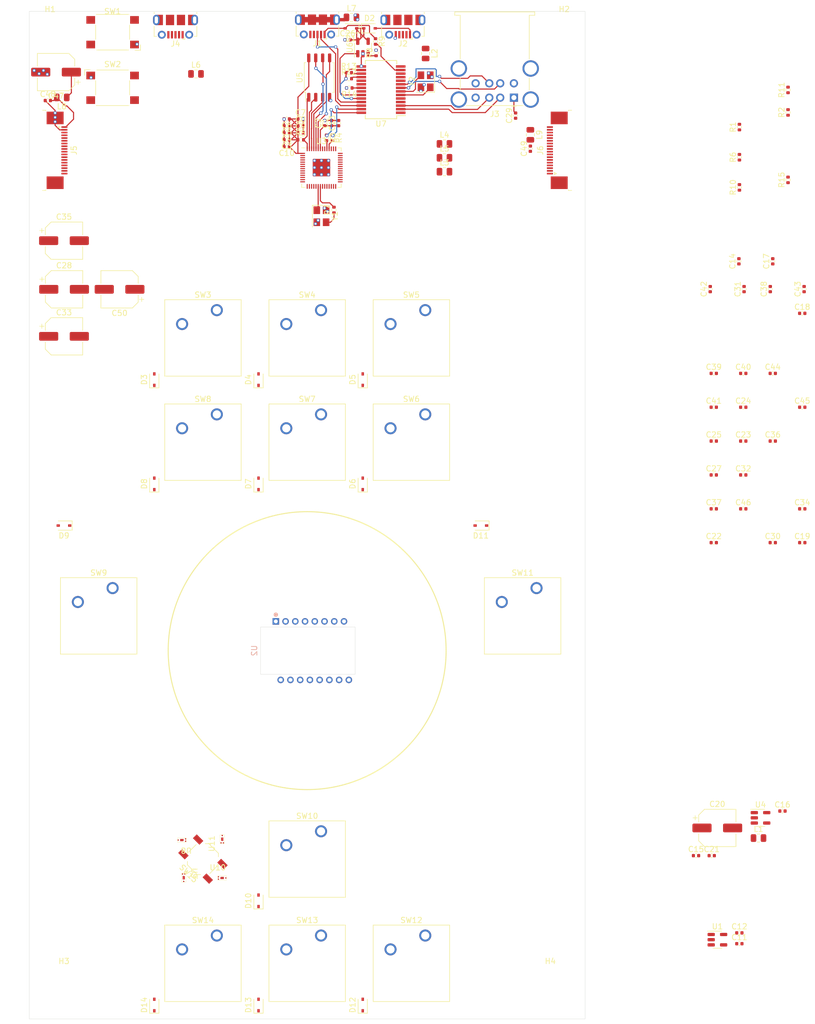
<source format=kicad_pcb>
(kicad_pcb (version 20211014) (generator pcbnew)
  (layers (0 "F.Cu" signal) (31 "B.Cu" signal) (34 "B.Paste" user) (35 "F.Paste" user) (36 "B.SilkS" user "B.Silkscreen") (37 "F.SilkS" user "F.Silkscreen") (38 "B.Mask" user) (39 "F.Mask" user) (44 "Edge.Cuts" user))
  (net 0 "")
  (net 1 "Net-(C11-Pad2)")
  (net 2 "/5V-DP")
  (net 3 "+3V3")
  (net 4 "+1V1")
  (net 5 "Net-(R3-Pad2)")
  (net 6 "Net-(R4-Pad2)")
  (net 7 "XIN")
  (net 8 "XOUT")
  (net 9 "Net-(R1-Pad2)")
  (net 10 "QSPI_SS")
  (net 11 "QSPI_SD3")
  (net 12 "QSPI_SCLK")
  (net 13 "QSPI_SD0")
  (net 14 "QSPI_SD2")
  (net 15 "QSPI_SD1")
  (net 16 "+1V8")
  (net 17 "Net-(C14-Pad1)")
  (net 18 "Net-(C19-Pad1)")
  (net 19 "MISO")
  (net 20 "Net-(R6-Pad2)")
  (net 21 "Net-(SW1-Pad2)")
  (net 22 "/V33")
  (net 23 "MOTION")
  (net 24 "SCLK")
  (net 25 "/AVDD")
  (net 26 "MOSI")
  (net 27 "NCS")
  (net 28 "Net-(D3-Pad2)")
  (net 29 "GPIO0")
  (net 35 "GPIO25")
  (net 40 "13_ROW1")
  (net 42 "/5V")
  (net 43 "Net-(C29-Pad2)")
  (net 44 "Net-(C30-Pad1)")
  (net 45 "Net-(C31-Pad1)")
  (net 46 "Net-(C32-Pad1)")
  (net 47 "Net-(C34-Pad2)")
  (net 48 "Net-(C36-Pad2)")
  (net 49 "Net-(D2-Pad2)")
  (net 50 "D2-")
  (net 51 "D2+")
  (net 52 "D3-")
  (net 53 "D3+")
  (net 54 "Net-(J3-Pad9)")
  (net 55 "D4-")
  (net 56 "D4+")
  (net 57 "D0+")
  (net 58 "D0-")
  (net 59 "D1+")
  (net 60 "D1-")
  (net 61 "Net-(R8-Pad1)")
  (net 62 "/5V-IN-USB")
  (net 63 "Net-(R11-Pad1)")
  (net 64 "Net-(R12-Pad2)")
  (net 65 "Net-(R13-Pad2)")
  (net 66 "Net-(R14-Pad1)")
  (net 70 "Net-(D4-Pad2)")
  (net 71 "Net-(D5-Pad2)")
  (net 72 "Net-(D6-Pad2)")
  (net 73 "Net-(D7-Pad2)")
  (net 74 "Net-(D8-Pad2)")
  (net 75 "Net-(D9-Pad2)")
  (net 76 "Net-(D10-Pad2)")
  (net 77 "Net-(D11-Pad2)")
  (net 78 "Net-(D12-Pad2)")
  (net 79 "Net-(D13-Pad2)")
  (net 80 "Net-(D14-Pad2)")
  (net 81 "26A0_COL06")
  (net 82 "15_ROW3")
  (net 83 "14_ROW2")
  (net 84 "16_ROW4")
  (net 85 "12_ROW0")
  (net 86 "Net-(C48-Pad2)")
  (net 87 "Net-(C49-Pad2)")
  (net 88 "17_ROW5")
  (net 89 "18_COL00")
  (net 90 "19_COL01")
  (net 91 "20_COL02")
  (net 92 "21_COL03")
  (net 93 "22_COL04")
  (net 94 "23_COL05")
  (net 95 "00_COL14")
  (net 96 "07_COL13")
  (net 97 "06_COL12")
  (net 98 "07_COL12")
  (net 99 "08_COL11")
  (net 100 "10_COL10")
  (net 101 "14_COL09")
  (net 102 "27A1_COL07")
  (net 103 "27A2_COL08")
  (net 104 "GPIO29_ADC3")
  (net 106 "Net-(J1-Pad6)")
  (net 112 "GND")
  (footprint "Button_Switch_SMD:SW_SPST_TL3342" (layer "F.Cu") (at 44.45 167.64 135)
    (fp_text reference "SW15")
    (fp_text value "MCLK")
  )
  (footprint "RP2040:MT8691DT-1608" (layer "F.Cu") (at 41.340621 170.241954 -90)
    (fp_text reference "U9")
    (fp_text value "LT")
  )
  (footprint "Diode_SMD:D_SOD-323" (layer "F.Cu") (at 95.25 106.68 180)
    (fp_text reference "D11")
    (fp_text value "1N4148W")
  )
  (footprint "Button_Switch_Keyboard:SW_Cherry_MX_1.00u_PCB" (layer "F.Cu") (at 85.09 86.36)
    (fp_text reference "SW6")
    (fp_text value "SW_PGDN")
  )
  (footprint "Resistor_SMD:R_0402_1005Metric" (layer "F.Cu") (at 62.324 36.173)
    (fp_text reference "R5")
    (fp_text value "10k")
  )
  (footprint "Capacitor_SMD:C_0402_1005Metric" (layer "F.Cu") (at 137.821138 109.8)
    (fp_text reference "C22")
    (fp_text value "100nF")
  )
  (footprint "Capacitor_SMD:C_0402_1005Metric" (layer "F.Cu") (at 137.821138 85.0512)
    (fp_text reference "C41")
    (fp_text value "100nF")
  )
  (footprint "Capacitor_SMD:C_0402_1005Metric" (layer "F.Cu") (at 62.304 34.903)
    (fp_text reference "C9")
    (fp_text value "100n")
  )
  (footprint "Capacitor_SMD:C_0402_1005Metric" (layer "F.Cu") (at 137.821138 78.864)
    (fp_text reference "C39")
    (fp_text value "1nF")
  )
  (footprint "Connector_USB:USB_Micro-B_Molex-105017-0001" (layer "F.Cu") (at 81 15.5 180)
    (fp_text reference "J2")
    (fp_text value "MPIN")
  )
  (footprint "Capacitor_SMD:CP_Elec_6.3x5.9" (layer "F.Cu") (at 19.05 54.61)
    (fp_text reference "C35")
    (fp_text value "100uF/16V/LOWESR/105C")
  )
  (footprint "Connector_USB:USB_A_Wuerth_61400826021_Horizontal_Stacked" (layer "F.Cu") (at 101.29 28.47 180)
    (fp_text reference "J3")
    (fp_text value "A2OTG")
  )
  (footprint "Crystal:Crystal_SMD_3225-4Pin_3.2x2.5mm" (layer "F.Cu") (at 66.114 50.143 -90)
    (fp_text reference "Y1")
    (fp_text value "12MHz")
  )
  (footprint "Resistor_SMD:R_0805_2012Metric" (layer "F.Cu") (at 88.6 39.46)
    (fp_text reference "L5")
    (fp_text value "600R/2A")
  )
  (footprint "Resistor_SMD:R_0805_2012Metric" (layer "F.Cu") (at 88.6 42)
    (fp_text reference "L3")
    (fp_text value "600R/2A")
  )
  (footprint "Capacitor_SMD:C_0402_1005Metric" (layer "F.Cu") (at 154.338246 63.4612 90)
    (fp_text reference "C43")
    (fp_text value "100nF")
  )
  (footprint "Capacitor_SMD:CP_Elec_6.3x5.9" (layer "F.Cu") (at 29.21 63.5 180)
    (fp_text reference "C50")
    (fp_text value "100uF/16V/LOWESR/105C")
  )
  (footprint "Capacitor_SMD:C_0402_1005Metric" (layer "F.Cu") (at 59.764 34.903 180)
    (fp_text reference "C4")
    (fp_text value "100n")
  )
  (footprint "Diode_SMD:D_SOD-323" (layer "F.Cu") (at 35.56 99.06 90)
    (fp_text reference "D8")
    (fp_text value "1N4148W")
  )
  (footprint "Resistor_SMD:R_0402_1005Metric" (layer "F.Cu") (at 68.144 35.813 -90)
    (fp_text reference "R4")
    (fp_text value "27")
  )
  (footprint "Capacitor_SMD:C_0402_1005Metric" (layer "F.Cu") (at 137.177046 63.4612 90)
    (fp_text reference "C42")
    (fp_text value "1nF")
  )
  (footprint "RP2040:MT8691DT-1608" (layer "F.Cu") (at 41.402731 164.562531 180)
    (fp_text reference "U8")
    (fp_text value "UP")
  )
  (footprint "Capacitor_SMD:C_0402_1005Metric" (layer "F.Cu") (at 137.821138 91.2384)
    (fp_text reference "C25")
    (fp_text value "100nF")
  )
  (footprint "Capacitor_SMD:C_0402_1005Metric" (layer "F.Cu") (at 148.607046 58.3812 90)
    (fp_text reference "C17")
    (fp_text value "100n")
  )
  (footprint "Button_Switch_Keyboard:SW_Cherry_MX_1.00u_PCB" (layer "F.Cu") (at 46.99 181.61)
    (fp_text reference "SW14")
    (fp_text value "SW_LT")
  )
  (footprint "Resistor_SMD:R_0402_1005Metric" (layer "F.Cu") (at 67.044 35.813 -90)
    (fp_text reference "R3")
    (fp_text value "27")
  )
  (footprint "Package_TO_SOT_SMD:SOT-23-5" (layer "F.Cu") (at 73.7 19.3 90)
    (fp_text reference "U6")
    (fp_text value "SY6280")
  )
  (footprint "Capacitor_SMD:C_0402_1005Metric" (layer "F.Cu") (at 143.214092 103.6228)
    (fp_text reference "C46")
    (fp_text value "1nF")
  )
  (footprint "Resistor_SMD:R_0402_1005Metric" (layer "F.Cu") (at 71.1 23.9)
    (fp_text reference "R13")
    (fp_text value "10k")
  )
  (footprint "Capacitor_SMD:C_0402_1005Metric" (layer "F.Cu") (at 66.704 33.123 90)
    (fp_text reference "C2")
    (fp_text value "100n")
  )
  (footprint "Capacitor_SMD:C_0402_1005Metric" (layer "F.Cu") (at 142.5 183.1)
    (fp_text reference "C11")
    (fp_text value "0.1u")
  )
  (footprint "Capacitor_SMD:CP_Elec_6.3x5.9" (layer "F.Cu") (at 19.05 72.094075)
    (fp_text reference "C33")
    (fp_text value "100uF/16V/LOWESR/105C")
  )
  (footprint "Button_Switch_Keyboard:SW_Cherry_MX_1.00u_PCB" (layer "F.Cu") (at 85.09 181.61)
    (fp_text reference "SW12")
    (fp_text value "SW_RT")
  )
  (footprint "Capacitor_SMD:C_0402_1005Metric" (layer "F.Cu") (at 148.151046 63.4612 90)
    (fp_text reference "C38")
    (fp_text value "100nF")
  )
  (footprint "Capacitor_SMD:C_0402_1005Metric" (layer "F.Cu") (at 154 85.0512)
    (fp_text reference "C45")
    (fp_text value "1nF")
  )
  (footprint "Capacitor_SMD:CP_Elec_6.3x5.9" (layer "F.Cu") (at 17.6 23.8 180)
    (fp_text reference "C47")
    (fp_text value "100uF/16V/LOWESR/105C")
  )
  (footprint "Diode_SMD:D_SOD-323" (layer "F.Cu") (at 54.61 80.01 90)
    (fp_text reference "D4")
    (fp_text value "1N4148W")
  )
  (footprint "Button_Switch_SMD:SW_SPST_Omron_B3FS-100xP" (layer "F.Cu") (at 27.94 26.67)
    (fp_text reference "SW2")
    (fp_text value "FLASH")
  )
  (footprint "Capacitor_SMD:C_0402_1005Metric" (layer "F.Cu") (at 143.214092 91.2384)
    (fp_text reference "C23")
    (fp_text value "10uF/6.3V")
  )
  (footprint "Package_TO_SOT_SMD:SOT-23-5" (layer "F.Cu") (at 146.37 160.1)
    (fp_text reference "U4")
    (fp_text value "TLV73333PDBV")
  )
  (footprint "Resistor_SMD:R_0402_1005Metric" (layer "F.Cu") (at 142.51 44.868076 90)
    (fp_text reference "R10")
    (fp_text value "47k")
  )
  (footprint "Capacitor_SMD:C_0402_1005Metric" (layer "F.Cu") (at 142.5 181.13)
    (fp_text reference "C12")
    (fp_text value "1u")
  )
  (footprint "Diode_SMD:D_SOD-323" (layer "F.Cu") (at 19.05 106.68 180)
    (fp_text reference "D9")
    (fp_text value "1N4148W")
  )
  (footprint "Resistor_SMD:R_0402_1005Metric" (layer "F.Cu") (at 151.4 31.170276 90)
    (fp_text reference "R2")
    (fp_text value "10k")
  )
  (footprint "Diode_SMD:D_SOD-323" (layer "F.Cu") (at 73.66 194.31 90)
    (fp_text reference "D12")
    (fp_text value "1N4148W")
  )
  (footprint "Capacitor_SMD:C_0402_1005Metric" (layer "F.Cu") (at 137.45 167.01)
    (fp_text reference "C21")
    (fp_text value "0.1uF")
  )
  (footprint "Diode_SMD:D_SOD-323" (layer "F.Cu") (at 73.66 80.01 90)
    (fp_text reference "D5")
    (fp_text value "1N4148W")
  )
  (footprint "Diode_SMD:D_SOD-323" (layer "F.Cu") (at 74.9 15.8)
    (fp_text reference "D2")
    (fp_text value "D")
  )
  (footprint "Resistor_SMD:R_0402_1005Metric" (layer "F.Cu") (at 76.1 20.3 90)
    (fp_text reference "R8")
    (fp_text value "4.7k/1%")
  )
  (footprint "Package_SO:SSOP-28_5.3x10.2mm_P0.65mm" (layer "F.Cu") (at 77 27 180)
    (fp_text reference "U7")
    (fp_text value "GL850G")
  )
  (footprint "Capacitor_SMD:C_0402_1005Metric" (layer "F.Cu") (at 137.821138 103.6228)
    (fp_text reference "C37")
    (fp_text value "10uF/6.3V")
  )
  (footprint "Capacitor_SMD:CP_Elec_6.3x5.9" (layer "F.Cu") (at 138.47 161.95)
    (fp_text reference "C20")
    (fp_text value "100uF/16V/LOWESR/105C")
  )
  (footprint "Resistor_SMD:R_0402_1005Metric" (layer "F.Cu") (at 151.4 27.060366 90)
    (fp_text reference "R11")
    (fp_text value "680R/1%")
  )
  (footprint "Capacitor_SMD:C_0402_1005Metric" (layer "F.Cu") (at 143.364246 63.4612 90)
    (fp_text reference "C31")
    (fp_text value "33pF")
  )
  (footprint "RP2040:MT8691DT-1608" (layer "F.Cu") (at 47.578091 164.808513 90)
    (fp_text reference "U11")
    (fp_text value "RT")
  )
  (footprint "Resistor_SMD:R_0805_2012Metric" (layer "F.Cu") (at 146 163.8)
    (fp_text reference "L1")
    (fp_text value "600R/2A")
  )
  (footprint "Capacitor_SMD:C_0402_1005Metric" (layer "F.Cu") (at 59.764 37.443 180)
    (fp_text reference "C10")
    (fp_text value "1u")
  )
  (footprint "Button_Switch_Keyboard:SW_Cherry_MX_1.00u_PCB" (layer "F.Cu") (at 66.04 181.61)
    (fp_text reference "SW13")
    (fp_text value "SW_DN")
  )
  (footprint "RP2040:RP2040-QFN-56" (layer "F.Cu") (at 66.114 41.253)
    (fp_text reference "U3")
    (fp_text value "RP2040")
  )
  (footprint "Capacitor_SMD:C_0402_1005Metric" (layer "F.Cu") (at 134.58 167.01)
    (fp_text reference "C15")
    (fp_text value "1u")
  )
  (footprint "Capacitor_SMD:C_0402_1005Metric" (layer "F.Cu") (at 148.607046 78.864)
    (fp_text reference "C44")
    (fp_text value "100nF")
  )
  (footprint "Capacitor_SMD:C_0402_1005Metric" (layer "F.Cu") (at 154 109.8)
    (fp_text reference "C19")
    (fp_text value "30p")
  )
  (footprint "Capacitor_SMD:C_0402_1005Metric" (layer "F.Cu") (at 70.9 17.9)
    (fp_text reference "C26")
    (fp_text value "10uF/6.3V")
  )
  (footprint "Resistor_SMD:R_0402_1005Metric" (layer "F.Cu") (at 76 18.2 -90)
    (fp_text reference "R9")
    (fp_text value "10k")
  )
  (footprint "Capacitor_SMD:CP_Elec_6.3x5.9" (layer "F.Cu") (at 19.07 63.5)
    (fp_text reference "C28")
    (fp_text value "100uF/16V/LOWESR/105C")
  )
  (footprint "Connector_FFC-FPC:TE_1-1734839-8_1x18-1MP_P0.5mm_Horizontal" (layer "F.Cu") (at 109.22 38.1 90)
    (fp_text reference "J6")
    (fp_text value "FFC RIGHT")
  )
  (footprint "Button_Switch_Keyboard:SW_Cherry_MX_1.00u_PCB" (layer "F.Cu") (at 66.04 86.36)
    (fp_text reference "SW7")
    (fp_text value "SW_END")
  )
  (footprint "Connector_USB:USB_Micro-B_Molex-105017-0001" (layer "F.Cu") (at 39.434286 15.509424 180)
    (fp_text reference "J4")
    (fp_text value "MOTG")
  )
  (footprint "Capacitor_SMD:C_0402_1005Metric" (layer "F.Cu") (at 59.764 36.173 180)
    (fp_text reference "C3")
    (fp_text value "100n")
  )
  (footprint "Diode_SMD:D_SOD-323" (layer "F.Cu") (at 73.66 99.06 90)
    (fp_text reference "D6")
    (fp_text value "1N4148W")
  )
  (footprint "Capacitor_SMD:C_0402_1005Metric" (layer "F.Cu") (at 101.6 31.75 90)
    (fp_text reference "C29")
    (fp_text value "0.1uF")
  )
  (footprint "MountingHole:MountingHole_3.2mm_M3" (layer "F.Cu") (at 110.49 16.51)
    (fp_text reference "H2")
    (fp_text value "MountingHole")
  )
  (footprint "Capacitor_SMD:C_0402_1005Metric" (layer "F.Cu") (at 104.3 37.8 90)
    (fp_text reference "C49")
    (fp_text value "0.1uF")
  )
  (footprint "Capacitor_SMD:C_0402_1005Metric" (layer "F.Cu") (at 153.995454 67.89)
    (fp_text reference "C18")
    (fp_text value "30p")
  )
  (footprint "Resistor_SMD:R_0402_1005Metric" (layer "F.Cu") (at 142.51 33.849604 90)
    (fp_text reference "R1")
    (fp_text value "39")
  )
  (footprint "Diode_SMD:D_SOD-323" (layer "F.Cu") (at 54.61 194.31 90)
    (fp_text reference "D13")
    (fp_text value "1N4148W")
  )
  (footprint "Button_Switch_Keyboard:SW_Cherry_MX_1.00u_PCB" (layer "F.Cu") (at 66.04 162.56)
    (fp_text reference "SW10")
    (fp_text value "SW_UP")
  )
  (footprint "Resistor_SMD:R_0805_2012Metric" (layer "F.Cu") (at 104.3 35.26 -90)
    (fp_text reference "L9")
    (fp_text value "600R/2A")
  )
  (footprint "Capacitor_SMD:C_0402_1005Metric" (layer "F.Cu") (at 148.607046 109.8)
    (fp_text reference "C30")
    (fp_text value "33pF")
  )
  (footprint "Capacitor_SMD:C_0402_1005Metric" (layer "F.Cu") (at 142.415556 58.3812 90)
    (fp_text reference "C14")
    (fp_text value "4.7u")
  )
  (footprint "Capacitor_SMD:C_0402_1005Metric" (layer "F.Cu") (at 154 103.6228)
    (fp_text reference "C34")
    (fp_text value "0.1uF")
  )
  (footprint "Diode_SMD:D_SOD-323" (layer "F.Cu") (at 35.56 80.01 90)
    (fp_text reference "D3")
    (fp_text value "1N4148W")
  )
  (footprint "Button_Switch_Keyboard:SW_Cherry_MX_1.00u_PCB" (layer "F.Cu") (at 66.04 67.31)
    (fp_text reference "SW4")
    (fp_text value "SW_HOME")
  )
  (footprint "MountingHole:MountingHole_3.2mm_M3" (layer "F.Cu") (at 19.05 190.5)
    (fp_text reference "H3")
    (fp_text value "MountingHole")
  )
  (footprint "Resistor_SMD:R_0805_2012Metric" (layer "F.Cu") (at 71.6 13.8)
    (fp_text reference "L7")
    (fp_text value "600R/200mA")
  )
  (footprint "Resistor_SMD:R_0805_2012Metric" (layer "F.Cu") (at 18.64 28.43 180)
    (fp_text reference "L8")
    (fp_text value "600R/2A")
  )
  (footprint "Diode_SMD:D_SOD-323" (layer "F.Cu") (at 35.56 194.31 90)
    (fp_text reference "D14")
    (fp_text value "1N4148W")
  )
  (footprint "Resistor_SMD:R_0402_1005Metric" (layer "F.Cu") (at 151.4 43.5 90)
    (fp_text reference "R15")
    (fp_text value "5.1k")
  )
  (footprint "Resistor_SMD:R_0805_2012Metric" (layer "F.Cu") (at 88.6 36.92)
    (fp_text reference "L4")
    (fp_text value "600R/2A")
  )
  (footprint "Resistor_SMD:R_0402_1005Metric" (layer "F.Cu") (at 71.1 25)
    (fp_text reference "R12")
    (fp_text value "47k")
  )
  (footprint "Capacitor_SMD:C_0402_1005Metric" (layer "F.Cu") (at 16.1 29)
    (fp_text reference "C48")
    (fp_text value "0.1uF")
  )
  (footprint "Resistor_SMD:R_0402_1005Metric" (layer "F.Cu") (at 142.51 39.35884 90)
    (fp_text reference "R6")
    (fp_text value "1k")
  )
  (footprint "Capacitor_SMD:C_0402_1005Metric" (layer "F.Cu") (at 150.38 158.86)
    (fp_text reference "C16")
    (fp_text value "1u")
  )
  (footprint "Resistor_SMD:R_0805_2012Metric" (layer "F.Cu") (at 43.18 24.13)
    (fp_text reference "L6")
    (fp_text value "600R/2A")
  )
  (footprint "Button_Switch_Keyboard:SW_Cherry_MX_1.00u_PCB" (layer "F.Cu") (at 85.09 67.31)
    (fp_text reference "SW5")
    (fp_text value "SW_PGUP")
  )
  (footprint "Diode_SMD:D_SOD-323" (layer "F.Cu") (at 54.61 175.26 90)
    (fp_text reference "D10")
    (fp_text value "1N4148W")
  )
  (footprint "Resistor_SMD:R_0805_2012Metric" (layer "F.Cu") (at 85.15 20.4 -90)
    (fp_text reference "L2")
    (fp_text value "600R/2A")
  )
  (footprint "Connector_USB:USB_Micro-B_Molex-105017-0001" (layer "F.Cu") (at 65.386326 15.458573 180)
    (fp_text reference "J1")
    (fp_text value "MDIN")
  )
  (footprint "Resistor_SMD:R_0402_1005Metric" (layer "F.Cu") (at 68.4 49 90)
    (fp_text reference "R7")
    (fp_text value "1k")
  )
  (footprint "Capacitor_SMD:C_0402_1005Metric" (layer "F.Cu") (at 143.214092 97.43131)
    (fp_text reference "C32")
    (fp_text value "1uF")
  )
  (footprint "MountingHole:MountingHole_3.2mm_M3" (layer "F.Cu") (at 16.51 16.51)
    (fp_text reference "H1")
    (fp_text value "MountingHole")
  )
  (footprint "Button_Switch_Keyboard:SW_Cherry_MX_2.00u_Vertical_PCB" (layer "F.Cu") (at 105.428 118.11)
    (fp_text reference "SW11")
    (fp_text value "SW_RCLK")
  )
  (footprint "Diode_SMD:D_SOD-323" (layer "F.Cu") (at 54.61 99.06 90)
    (fp_text reference "D7")
    (fp_text value "1N4148W")
  )
  (footprint "Package_TO_SOT_SMD:SOT-23-5" (layer "F.Cu") (at 138.49 182.37)
    (fp_text reference "U1")
    (fp_text value "TCR2EF19")
  )
  (footprint "Button_Switch_Keyboard:SW_Cherry_MX_2.00u_Vertical_PCB" (layer "F.Cu") (at 27.94 118.11)
    (fp_text reference "SW9")
    (fp_text value "SW_LCLK")
  )
  (footprint "MountingHole:MountingHole_3.2mm_M3" (layer "F.Cu") (at 107.95 190.5)
    (fp_text reference "H4")
    (fp_text value "MountingHole")
  )
  (footprint "Capacitor_SMD:C_0402_1005Metric" (layer "F.Cu") (at 137.821138 97.43131)
    (fp_text reference "C27")
    (fp_text value "100nF")
  )
  (footprint "Capacitor_SMD:C_0402_1005Metric" (layer "F.Cu") (at 143.214092 78.864)
    (fp_text reference "C40")
    (fp_text value "100nF")
  )
  (footprint "Capacitor_SMD:C_0402_1005Metric" (layer "F.Cu") (at 59.764 33.633 180)
    (fp_text reference "C5")
    (fp_text value "100n")
  )
  (footprint "Capacitor_SMD:C_0402_1005Metric" (layer "F.Cu") (at 67.974 33.123 90)
    (fp_text reference "C1")
    (fp_text value "100n")
  )
  (footprint "Button_Switch_SMD:SW_SPST_Omron_B3FS-100xP" (layer "F.Cu") (at 27.94 16.51 180)
    (fp_text reference "SW1")
    (fp_text value "RUN")
  )
  (footprint "Capacitor_SMD:C_0402_1005Metric" (layer "F.Cu") (at 62.304 32.363)
    (fp_text reference "C7")
    (fp_text value "100n")
  )
  (footprint "Package_SO:SOIC-8_5.23x5.23mm_P1.27mm" (layer "F.Cu") (at 65.7 24.8 90)
    (fp_text reference "U5")
    (fp_text value "W25Q128JVS")
  )
  (footprint "Diode_SMD:D_SOD-323" (layer "F.Cu") (at 71.5 15.8 180)
    (fp_text reference "D1")
    (fp_text value "D")
  )
  (footprint "Capacitor_SMD:C_0402_1005Metric" (layer "F.Cu") (at 62.304 33.633)
    (fp_text reference "C8")
    (fp_text value "100n")
  )
  (footprint "Button_Switch_Keyboard:SW_Cherry_MX_1.00u_PCB" (layer "F.Cu") (at 46.99 86.36)
    (fp_text reference "SW8")
    (fp_text value "SW_DEL")
  )
  (footprint "Connector_FFC-FPC:TE_1-1734839-8_1x18-1MP_P0.5mm_Horizontal" (layer "F.Cu") (at 17.78 38.1 -90)
    (fp_text reference "J5")
    (fp_text value "FFC LEFT")
  )
  (footprint "Capacitor_SMD:C_0402_1005Metric" (layer "F.Cu") (at 69.244 33.123 90)
    (fp_text reference "C13")
    (fp_text value "1u")
  )
  (footprint "Crystal:Crystal_SMD_3225-4Pin_3.2x2.5mm" (layer "F.Cu") (at 85.15 25.48 90)
    (fp_text reference "Y2")
    (fp_text value "12Mhz")
  )
  (footprint "Capacitor_SMD:C_0402_1005Metric" (layer "F.Cu") (at 148.607046 91.2384)
    (fp_text reference "C36")
    (fp_text value "0.1uF")
  )
  (footprint "Capacitor_SMD:C_0402_1005Metric" (layer "F.Cu") (at 59.764 32.363 180)
    (fp_text reference "C6")
    (fp_text value "100n")
  )
  (footprint "Resistor_SMD:R_0402_1005Metric" (layer "F.Cu") (at 71.2 26.7 180)
    (fp_text reference "R14")
    (fp_text value "10k")
  )
  (footprint "Capacitor_SMD:C_0402_1005Metric" (layer "F.Cu") (at 143.214092 85.0512)
    (fp_text reference "C24")
    (fp_text value "100nF")
  )
  (footprint "RP2040:MT8691DT-1608" (layer "F.Cu") (at 47.155991 170.692225)
    (fp_text reference "U10")
    (fp_text value "DN")
  )
  (footprint "Button_Switch_Keyboard:SW_Cherry_MX_1.00u_PCB" (layer "F.Cu") (at 46.99 67.31)
    (fp_text reference "SW3")
    (fp_text value "SW_INS")
  )
  (footprint "PMW3360:PMW3360" (layer "B.Cu") (at 57.77318 124.191539 -90)
    (fp_text reference "U2")
    (fp_text value "PMW3360")
  )
  (gr_circle (center 63.5 129.54) (end 88.9 129.54) (layer "F.SilkS") (width 0.2) (fill none))
  (gr_rect (start 12.7 12.7) (end 114.3 196.85) (layer "Edge.Cuts") (width 0.05) (fill none))
  (gr_rect (start 54.991 125.222) (end 72.263 133.858) (layer "Edge.Cuts") (width 0.05) (fill none))
  (segment (start 69.5 21.3) (end 69.5 27.5) (width 0.2) (layer "F.Cu") (net 2))
  (segment (start 70.3625 20.4375) (end 69.5 21.3) (width 0.2) (layer "F.Cu") (net 2))
  (segment (start 20.4 23.8) (end 20.4 27.5825) (width 0.2) (layer "F.Cu") (net 2))
  (segment (start 69.975 27.975) (end 73.4 27.975) (width 0.2) (layer "F.Cu") (net 2))
  (segment (start 72.75 20.4375) (end 70.3625 20.4375) (width 0.2) (layer "F.Cu") (net 2))
  (segment (start 20.4 27.5825) (end 19.5525 28.43) (width 0.2) (layer "F.Cu") (net 2))
  (segment (start 69.5 27.5) (end 69.975 27.975) (width 0.2) (layer "F.Cu") (net 2))
  (segment (start 61.454 38.653) (end 61.853 38.653) (width 0.2) (layer "F.Cu") (net 3))
  (segment (start 60.244 34.903) (end 61.824 34.903) (width 0.2) (layer "F.Cu") (net 3))
  (segment (start 60.554 36.173) (end 61.824 34.903) (width 0.2) (layer "F.Cu") (net 3))
  (segment (start 63.8 21.205) (end 63.795 21.2) (width 0.2) (layer "F.Cu") (net 3))
  (segment (start 60.244 33.633) (end 60.554 33.633) (width 0.2) (layer "F.Cu") (net 3))
  (segment (start 60.544 37.443) (end 61.814 36.173) (width 0.2) (layer "F.Cu") (net 3))
  (segment (start 61.824 36.163) (end 61.814 36.173) (width 0.2) (layer "F.Cu") (net 3))
  (segment (start 61.814 36.173) (end 61.814 38.614) (width 0.2) (layer "F.Cu") (net 3))
  (segment (start 63.8 26.4) (end 63.8 21.205) (width 0.2) (layer "F.Cu") (net 3))
  (segment (start 60.244 34.903) (end 60.554 34.903) (width 0.2) (layer "F.Cu") (net 3))
  (segment (start 60.244 36.173) (end 60.554 36.173) (width 0.2) (layer "F.Cu") (net 3))
  (segment (start 61.824 32.363) (end 61.824 28.376) (width 0.2) (layer "F.Cu") (net 3))
  (segment (start 60.244 37.443) (end 61.454 38.653) (width 0.2) (layer "F.Cu") (net 3))
  (segment (start 60.244 34.903) (end 60.544 34.903) (width 0.2) (layer "F.Cu") (net 3))
  (segment (start 60.244 32.363) (end 61.824 32.363) (width 0.2) (layer "F.Cu") (net 3))
  (segment (start 60.244 33.633) (end 61.824 33.633) (width 0.2) (layer "F.Cu") (net 3))
  (segment (start 60.554 32.363) (end 61.824 33.633) (width 0.2) (layer "F.Cu") (net 3))
  (segment (start 61.824 28.376) (end 63.8 26.4) (width 0.2) (layer "F.Cu") (net 3))
  (segment (start 60.544 34.903) (end 61.814 36.173) (width 0.2) (layer "F.Cu") (net 3))
  (segment (start 61.814 38.614) (end 61.853 38.653) (width 0.2) (layer "F.Cu") (net 3))
  (segment (start 60.244 37.443) (end 60.244 32.363) (width 0.2) (layer "F.Cu") (net 3))
  (segment (start 60.244 37.443) (end 60.544 37.443) (width 0.2) (layer "F.Cu") (net 3))
  (segment (start 60.554 33.633) (end 61.824 34.903) (width 0.2) (layer "F.Cu") (net 3))
  (segment (start 60.554 34.903) (end 61.824 33.633) (width 0.2) (layer "F.Cu") (net 3))
  (segment (start 61.824 32.363) (end 61.824 36.163) (width 0.2) (layer "F.Cu") (net 3))
  (segment (start 61.814 36.173) (end 60.244 36.173) (width 0.2) (layer "F.Cu") (net 3))
  (segment (start 60.554 33.633) (end 61.824 32.363) (width 0.2) (layer "F.Cu") (net 3))
  (segment (start 61.853 38.653) (end 62.6765 38.653) (width 0.2) (layer "F.Cu") (net 3))
  (segment (start 60.244 32.363) (end 60.554 32.363) (width 0.2) (layer "F.Cu") (net 3))
  (segment (start 66.704 33.603) (end 69.244 33.603) (width 0.2) (layer "F.Cu") (net 4))
  (segment (start 65.914 34.393) (end 65.914 37.8155) (width 0.2) (layer "F.Cu") (net 4))
  (segment (start 66.704 33.603) (end 65.914 34.393) (width 0.2) (layer "F.Cu") (net 4))
  (segment (start 67.044 36.323) (end 67.114 36.393) (width 0.2) (layer "F.Cu") (net 5))
  (segment (start 67.114 36.393) (end 67.114 37.8155) (width 0.2) (layer "F.Cu") (net 5))
  (segment (start 68.144 36.323) (end 67.514 36.953) (width 0.2) (layer "F.Cu") (net 6))
  (segment (start 67.514 36.953) (end 67.514 37.8155) (width 0.2) (layer "F.Cu") (net 6))
  (segment (start 65.514 48.793) (end 65.514 44.6905) (width 0.2) (layer "F.Cu") (net 7))
  (segment (start 65.264 49.043) (end 65.514 48.793) (width 0.2) (layer "F.Cu") (net 7))
  (segment (start 67.61 47.7) (end 66.3 47.7) (width 0.2) (layer "F.Cu") (net 8))
  (segment (start 65.914 47.314) (end 65.914 44.6905) (width 0.2) (layer "F.Cu") (net 8))
  (segment (start 68.4 48.49) (end 67.61 47.7) (width 0.2) (layer "F.Cu") (net 8))
  (segment (start 66.3 47.7) (end 65.914 47.314) (width 0.2) (layer "F.Cu") (net 8))
  (segment (start 63.500986 28.694014) (end 63.795 28.4) (width 0.2) (layer "F.Cu") (net 10))
  (segment (start 63.514 36.853) (end 62.834 36.173) (width 0.2) (layer "F.Cu") (net 10))
  (segment (start 63.514 37.8155) (end 63.514 36.853) (width 0.2) (layer "F.Cu") (net 10))
  (segment (start 63.500986 35.506014) (end 63.500986 28.694014) (width 0.2) (layer "F.Cu") (net 10))
  (segment (start 62.834 36.173) (end 63.500986 35.506014) (width 0.2) (layer "F.Cu") (net 10))
  (segment (start 65.065 21.2) (end 65.065 23.065) (width 0.2) (layer "F.Cu") (net 11))
  (segment (start 65.514 37.8155) (end 65.514 32.901425) (width 0.2) (layer "F.Cu") (net 11))
  (segment (start 65.514 32.901425) (end 67.015425 31.4) (width 0.2) (layer "F.Cu") (net 11))
  (segment (start 65.065 23.065) (end 65.1 23.1) (width 0.2) (layer "F.Cu") (net 11))
  (via (at 67.015425 31.4) (size 0.6) (drill 0.35) (layers "F.Cu" "B.Cu") (net 11))
  (via (at 65.1 23.1) (size 0.6) (drill 0.35) (layers "F.Cu" "B.Cu") (net 11))
  (segment (start 67.015425 25.015425) (end 65.1 23.1) (width 0.2) (layer "B.Cu") (net 11))
  (segment (start 67.015425 31.4) (end 67.015425 25.015425) (width 0.2) (layer "B.Cu") (net 11))
  (segment (start 66.4 26) (end 66.4 21.265) (width 0.2) (layer "F.Cu") (net 12))
  (segment (start 65.114 37.8155) (end 65.114 32.186) (width 0.2) (layer "F.Cu") (net 12))
  (segment (start 65.114 32.186) (end 66 31.3) (width 0.2) (layer "F.Cu") (net 12))
  (segment (start 66.4 21.265) (end 66.335 21.2) (width 0.2) (layer "F.Cu") (net 12))
  (via (at 66 31.3) (size 0.6) (drill 0.35) (layers "F.Cu" "B.Cu") (net 12))
  (via (at 66.4 26) (size 0.6) (drill 0.35) (layers "F.Cu" "B.Cu") (net 12))
  (segment (start 66.4 26) (end 66.4 26.1) (width 0.2) (layer "B.Cu") (net 12))
  (segment (start 66 31.3) (end 66.4 30.9) (width 0.2) (layer "B.Cu") (net 12))
  (segment (start 66.4 30.9) (end 66.4 26) (width 0.2) (layer "B.Cu") (net 12))
  (segment (start 67.00548 29.165237) (end 67.00548 24.29452) (width 0.2) (layer "F.Cu") (net 13))
  (segment (start 67.605 23.695) (end 67.605 21.2) (width 0.2) (layer "F.Cu") (net 13))
  (segment (start 67.00548 24.29452) (end 67.605 23.695) (width 0.2) (layer "F.Cu") (net 13))
  (segment (start 64.714 37.8155) (end 64.714 31.456717) (width 0.2) (layer "F.Cu") (net 13))
  (segment (start 64.714 31.456717) (end 67.00548 29.165237) (width 0.2) (layer "F.Cu") (net 13))
  (segment (start 66.335 29.270723) (end 64.314489 31.291235) (width 0.2) (layer "F.Cu") (net 14))
  (segment (start 64.3 35.9) (end 64.314 35.914) (width 0.2) (layer "F.Cu") (net 14))
  (segment (start 64.3 34.135006) (end 64.3 35.9) (width 0.2) (layer "F.Cu") (net 14))
  (segment (start 64.314 35.914) (end 64.314 37.8155) (width 0.2) (layer "F.Cu") (net 14))
  (segment (start 64.314489 31.291235) (end 64.314489 34.120517) (width 0.2) (layer "F.Cu") (net 14))
  (segment (start 66.335 28.4) (end 66.335 29.270723) (width 0.2) (layer "F.Cu") (net 14))
  (segment (start 64.314489 34.120517) (end 64.3 34.135006) (width 0.2) (layer "F.Cu") (net 14))
  (segment (start 63.900489 36.065482) (end 63.900489 31.140241) (width 0.2) (layer "F.Cu") (net 15))
  (segment (start 64.3 30.74073) (end 64.3 29.330717) (width 0.2) (layer "F.Cu") (net 15))
  (segment (start 64.3 29.330717) (end 65.065 28.565717) (width 0.2) (layer "F.Cu") (net 15))
  (segment (start 65.065 28.565717) (end 65.065 28.4) (width 0.2) (layer "F.Cu") (net 15))
  (segment (start 63.914 37.8155) (end 63.914 36.078994) (width 0.2) (layer "F.Cu") (net 15))
  (segment (start 63.900489 31.140241) (end 64.3 30.74073) (width 0.2) (layer "F.Cu") (net 15))
  (segment (start 63.914 36.078994) (end 63.900489 36.065482) (width 0.2) (layer "F.Cu") (net 15))
  (segment (start 67.757 51.243) (end 68.4 50.6) (width 0.2) (layer "F.Cu") (net 18))
  (segment (start 68.4 50.6) (end 68.4 49.51) (width 0.2) (layer "F.Cu") (net 18))
  (segment (start 66.964 51.243) (end 67.757 51.243) (width 0.2) (layer "F.Cu") (net 18))
  (segment (start 72.18048 23.28048) (end 72.325 23.425) (width 0.2) (layer "F.Cu") (net 22))
  (segment (start 70.59 25) (end 70.59 23.985496) (width 0.2) (layer "F.Cu") (net 22))
  (segment (start 72.325 23.425) (end 73.4 23.425) (width 0.2) (layer "F.Cu") (net 22))
  (segment (start 70.6 25) (end 70.59 25) (width 0.2) (layer "F.Cu") (net 22))
  (segment (start 73.4 28.625) (end 71.575 28.625) (width 0.2) (layer "F.Cu") (net 22))
  (segment (start 70.59 23.985496) (end 71.295016 23.28048) (width 0.2) (layer "F.Cu") (net 22))
  (segment (start 71.295016 23.28048) (end 72.18048 23.28048) (width 0.2) (layer "F.Cu") (net 22))
  (segment (start 70.59 23.9) (end 70.6 25) (width 0.2) (layer "F.Cu") (net 22))
  (via (at 71.575 28.625) (size 0.6) (drill 0.35) (layers "F.Cu" "B.Cu") (net 22))
  (via (at 70.6 25) (size 0.6) (drill 0.35) (layers "F.Cu" "B.Cu") (net 22))
  (segment (start 69.6 27.8) (end 70.425 28.625) (width 0.2) (layer "B.Cu") (net 22))
  (segment (start 70.6 25) (end 69.6 26) (width 0.2) (layer "B.Cu") (net 22))
  (segment (start 69.6 26) (end 69.6 27.8) (width 0.2) (layer "B.Cu") (net 22))
  (segment (start 70.425 28.625) (end 71.575 28.625) (width 0.2) (layer "B.Cu") (net 22))
  (segment (start 73.85 17.3625) (end 74.65 18.1625) (width 0.2) (layer "F.Cu") (net 42))
  (segment (start 72.75 18.1625) (end 73.85 17.0625) (width 0.2) (layer "F.Cu") (net 42))
  (segment (start 72.55 17.9625) (end 72.75 18.1625) (width 0.2) (layer "F.Cu") (net 42))
  (segment (start 73.3 15.8) (end 73.3 17.6125) (width 0.2) (layer "F.Cu") (net 42))
  (segment (start 72.55 16.0625) (end 74.65 18.1625) (width 0.2) (layer "F.Cu") (net 42))
  (segment (start 73.85 17.0625) (end 73.85 15.8) (width 0.2) (layer "F.Cu") (net 42))
  (segment (start 73.3 15.8) (end 72.55 15.8) (width 0.2) (layer "F.Cu") (net 42))
  (segment (start 73.85 15.8) (end 73.85 17.3625) (width 0.2) (layer "F.Cu") (net 42))
  (segment (start 73.85 15.8) (end 73.3 15.8) (width 0.2) (layer "F.Cu") (net 42))
  (segment (start 72.55 15.8) (end 72.55 16.0625) (width 0.2) (layer "F.Cu") (net 42))
  (segment (start 73.3 17.6125) (end 72.75 18.1625) (width 0.2) (layer "F.Cu") (net 42))
  (segment (start 71.38 17.9) (end 72.4875 17.9) (width 0.2) (layer "F.Cu") (net 42))
  (segment (start 72.4875 17.9) (end 72.75 18.1625) (width 0.2) (layer "F.Cu") (net 42))
  (segment (start 72.55 15.8) (end 72.55 17.9625) (width 0.2) (layer "F.Cu") (net 42))
  (segment (start 101.29 28.47) (end 101.29 30.96) (width 0.2) (layer "F.Cu") (net 43))
  (segment (start 101.29 30.96) (end 101.6 31.27) (width 0.2) (layer "F.Cu") (net 43))
  (segment (start 86 26.58) (end 86 26.68) (width 0.2) (layer "F.Cu") (net 44))
  (segment (start 84.705 27.975) (end 80.6 27.975) (width 0.2) (layer "F.Cu") (net 44))
  (segment (start 86 26.68) (end 84.705 27.975) (width 0.2) (layer "F.Cu") (net 44))
  (segment (start 82.875 27.325) (end 80.6 27.325) (width 0.2) (layer "F.Cu") (net 45))
  (segment (start 83.3 26.9) (end 82.875 27.325) (width 0.2) (layer "F.Cu") (net 45))
  (segment (start 83.3 25.38) (end 83.3 26.9) (width 0.2) (layer "F.Cu") (net 45))
  (segment (start 84.3 24.38) (end 83.3 25.38) (width 0.2) (layer "F.Cu") (net 45))
  (segment (start 76.31 18.71) (end 77 19.4) (width 0.2) (layer "F.Cu") (net 46))
  (segment (start 77 19.4) (end 77 20.9) (width 0.2) (layer "F.Cu") (net 46))
  (segment (start 76 18.71) (end 76.31 18.71) (width 0.2) (layer "F.Cu") (net 46))
  (segment (start 77 20.9) (end 79.525 23.425) (width 0.2) (layer "F.Cu") (net 46))
  (segment (start 79.525 23.425) (end 80.6 23.425) (width 0.2) (layer "F.Cu") (net 46))
  (segment (start 82.0125 15.8) (end 75.95 15.8) (width 0.2) (layer "F.Cu") (net 49))
  (segment (start 82.3 16.0875) (end 82.0125 15.8) (width 0.2) (layer "F.Cu") (net 49))
  (segment (start 82.3 16.9625) (end 82.3 16.0875) (width 0.2) (layer "F.Cu") (net 49))
  (segment (start 96.06 31.2) (end 98.79 28.47) (width 0.2) (layer "F.Cu") (net 50))
  (segment (start 90 31.2) (end 96.06 31.2) (width 0.2) (layer "F.Cu") (net 50))
  (segment (start 89.375 30.575) (end 90 31.2) (width 0.2) (layer "F.Cu") (net 50))
  (segment (start 80.6 30.575) (end 89.375 30.575) (width 0.2) (layer "F.Cu") (net 50))
  (segment (start 80.6 29.925) (end 89.780106 29.925) (width 0.2) (layer "F.Cu") (net 51))
  (segment (start 90.474617 30.619511) (end 94.640489 30.619511) (width 0.2) (layer "F.Cu") (net 51))
  (segment (start 89.780106 29.925) (end 90.474617 30.619511) (width 0.2) (layer "F.Cu") (net 51))
  (segment (start 94.640489 30.619511) (end 96.79 28.47) (width 0.2) (layer "F.Cu") (net 51))
  (segment (start 97.740489 26.899511) (end 98.79 25.85) (width 0.2) (layer "F.Cu") (net 52))
  (segment (start 89 26.8) (end 91.2 26.8) (width 0.2) (layer "F.Cu") (net 52))
  (segment (start 80.6 26.675) (end 82.025 26.675) (width 0.2) (layer "F.Cu") (net 52))
  (segment (start 87.7 25.5) (end 89 26.8) (width 0.2) (layer "F.Cu") (net 52))
  (segment (start 91.299511 26.899511) (end 97.740489 26.899511) (width 0.2) (layer "F.Cu") (net 52))
  (segment (start 91.2 26.8) (end 91.299511 26.899511) (width 0.2) (layer "F.Cu") (net 52))
  (via (at 87.7 25.5) (size 0.6) (drill 0.35) (layers "F.Cu" "B.Cu") (net 52))
  (via (at 82.025 26.675) (size 0.6) (drill 0.35) (layers "F.Cu" "B.Cu") (net 52))
  (segment (start 83.2 25.5) (end 87.7 25.5) (width 0.2) (layer "B.Cu") (net 52))
  (segment (start 82.025 26.675) (end 83.2 25.5) (width 0.2) (layer "B.Cu") (net 52))
  (segment (start 95.44 24.5) (end 96.79 25.85) (width 0.2) (layer "F.Cu") (net 53))
  (segment (start 81.827178 26.025) (end 82.201089 25.651089) (width 0.2) (layer "F.Cu") (net 53))
  (segment (start 87.7 24.6) (end 88.039511 24.939511) (width 0.2) (layer "F.Cu") (net 53))
  (segment (start 88.039511 24.939511) (end 92.860489 24.939511) (width 0.2) (layer "F.Cu") (net 53))
  (segment (start 92.860489 24.939511) (end 93.3 24.5) (width 0.2) (layer "F.Cu") (net 53))
  (segment (start 93.3 24.5) (end 95.44 24.5) (width 0.2) (layer "F.Cu") (net 53))
  (segment (start 80.6 26.025) (end 81.827178 26.025) (width 0.2) (layer "F.Cu") (net 53))
  (via (at 82.201089 25.651089) (size 0.6) (drill 0.35) (layers "F.Cu" "B.Cu") (net 53))
  (via (at 87.7 24.6) (size 0.6) (drill 0.35) (layers "F.Cu" "B.Cu") (net 53))
  (segment (start 87.1 24.6) (end 87.7 24.6) (width 0.2) (layer "B.Cu") (net 53))
  (segment (start 83.3 24.8) (end 83.4 24.7) (width 0.2) (layer "B.Cu") (net 53))
  (segment (start 83.4 23.2) (end 86.9 23.2) (width 0.2) (layer "B.Cu") (net 53))
  (segment (start 82.448911 25.651089) (end 83.3 24.8) (width 0.2) (layer "B.Cu") (net 53))
  (segment (start 83.4 24.7) (end 83.4 23.2) (width 0.2) (layer "B.Cu") (net 53))
  (segment (start 87.1 23.4) (end 87.1 24.6) (width 0.2) (layer "B.Cu") (net 53))
  (segment (start 82.201089 25.651089) (end 82.448911 25.651089) (width 0.2) (layer "B.Cu") (net 53))
  (segment (start 86.9 23.2) (end 87.1 23.4) (width 0.2) (layer "B.Cu") (net 53))
  (segment (start 68.7 20.459747) (end 66.036326 17.796073) (width 0.2) (layer "F.Cu") (net 57))
  (segment (start 69.625 29.925) (end 68.7 29) (width 0.2) (layer "F.Cu") (net 57))
  (segment (start 68.7 29) (end 68.7 20.459747) (width 0.2) (layer "F.Cu") (net 57))
  (segment (start 66.036326 17.796073) (end 66.036326 16.921073) (width 0.2) (layer "F.Cu") (net 57))
  (segment (start 73.4 29.925) (end 69.625 29.925) (width 0.2) (layer "F.Cu") (net 57))
  (segment (start 69.1 28.7) (end 69.675 29.275) (width 0.2) (layer "F.Cu") (net 58))
  (segment (start 68.7 19.2) (end 69.1 19.6) (width 0.2) (layer "F.Cu") (net 58))
  (segment (start 65.386326 19.186326) (end 65.386326 16.921073) (width 0.2) (layer "F.Cu") (net 58))
  (segment (start 65.4 19.2) (end 65.386326 19.186326) (width 0.2) (layer "F.Cu") (net 58))
  (segment (start 69.1 19.6) (end 69.1 28.7) (width 0.2) (layer "F.Cu") (net 58))
  (segment (start 69.675 29.275) (end 73.4 29.275) (width 0.2) (layer "F.Cu") (net 58))
  (via (at 65.4 19.2) (size 0.6) (drill 0.35) (layers "F.Cu" "B.Cu") (net 58))
  (via (at 68.7 19.2) (size 0.6) (drill 0.35) (layers "F.Cu" "B.Cu") (net 58))
  (segment (start 68.7 19.2) (end 65.4 19.2) (width 0.2) (layer "B.Cu") (net 58))
  (segment (start 68.425 31.225) (end 67.9 30.7) (width 0.2) (layer "F.Cu") (net 59))
  (segment (start 73.4 31.225) (end 68.425 31.225) (width 0.2) (layer "F.Cu") (net 59))
  (via (at 67.9 30.7) (size 0.6) (drill 0.35) (layers "F.Cu" "B.Cu") (net 59))
  (via (at 67.1 35.4) (size 0.6) (drill 0.35) (layers "F.Cu" "B.Cu") (net 59))
  (segment (start 67.9 34.6) (end 67.1 35.4) (width 0.2) (layer "B.Cu") (net 59))
  (segment (start 67.9 30.7) (end 67.9 34.6) (width 0.2) (layer "B.Cu") (net 59))
  (segment (start 69.275 30.575) (end 68.9 30.2) (width 0.2) (layer "F.Cu") (net 60))
  (segment (start 73.4 30.575) (end 69.275 30.575) (width 0.2) (layer "F.Cu") (net 60))
  (via (at 68.9 30.2) (size 0.6) (drill 0.35) (layers "F.Cu" "B.Cu") (net 60))
  (via (at 68.2 35.4) (size 0.6) (drill 0.35) (layers "F.Cu" "B.Cu") (net 60))
  (segment (start 68.9 34.7) (end 68.2 35.4) (width 0.2) (layer "B.Cu") (net 60))
  (segment (start 68.9 30.2) (end 68.9 34.7) (width 0.2) (layer "B.Cu") (net 60))
  (segment (start 76.1 20.81) (end 75.0225 20.81) (width 0.2) (layer "F.Cu") (net 61))
  (segment (start 75.0225 20.81) (end 74.65 20.4375) (width 0.2) (layer "F.Cu") (net 61))
  (segment (start 67.332399 15.8) (end 70.45 15.8) (width 0.2) (layer "F.Cu") (net 62))
  (segment (start 66.686326 16.446073) (end 67.332399 15.8) (width 0.2) (layer "F.Cu") (net 62))
  (segment (start 76 17.69) (end 74.9 16.59) (width 0.2) (layer "F.Cu") (net 62))
  (segment (start 74.775489 15.275489) (end 70.974511 15.275489) (width 0.2) (layer "F.Cu") (net 62))
  (segment (start 66.686326 16.921073) (end 66.686326 16.446073) (width 0.2) (layer "F.Cu") (net 62))
  (segment (start 74.9 16.59) (end 74.9 15.4) (width 0.2) (layer "F.Cu") (net 62))
  (segment (start 70.974511 15.275489) (end 70.45 15.8) (width 0.2) (layer "F.Cu") (net 62))
  (segment (start 74.9 15.4) (end 74.775489 15.275489) (width 0.2) (layer "F.Cu") (net 62))
  (segment (start 71.61 25) (end 71.885 24.725) (width 0.2) (layer "F.Cu") (net 64))
  (segment (start 71.885 24.725) (end 73.4 24.725) (width 0.2) (layer "F.Cu") (net 64))
  (segment (start 71.785 24.075) (end 73.4 24.075) (width 0.2) (layer "F.Cu") (net 65))
  (segment (start 71.61 23.9) (end 71.785 24.075) (width 0.2) (layer "F.Cu") (net 65))
  (segment (start 73.375 26.7) (end 73.4 26.675) (width 0.2) (layer "F.Cu") (net 66))
  (segment (start 71.71 26.7) (end 73.375 26.7) (width 0.2) (layer "F.Cu") (net 66))
  (segment (start 20.8 31.2) (end 20.8 32.4) (width 0.2) (layer "F.Cu") (net 86))
  (segment (start 17.7275 28.43) (end 19.279511 29.982011) (width 0.2) (layer "F.Cu") (net 86))
  (segment (start 19.35 33.85) (end 19.13 33.85) (width 0.2) (layer "F.Cu") (net 86))
  (segment (start 19.582011 29.982011) (end 20.8 31.2) (width 0.2) (layer "F.Cu") (net 86))
  (segment (start 20.8 32.4) (end 19.35 33.85) (width 0.2) (layer "F.Cu") (net 86))
  (segment (start 17.1575 29) (end 17.7275 28.43) (width 0.2) (layer "F.Cu") (net 86))
  (segment (start 19.279511 29.982011) (end 19.582011 29.982011) (width 0.2) (layer "F.Cu") (net 86))
  (segment (start 16.58 29) (end 17.1575 29) (width 0.2) (layer "F.Cu") (net 86))
  (segment (start 70.266427 14.221073) (end 70.6875 13.8) (width 0.6) (layer "F.Cu") (net 106))
  (segment (start 61.886326 14.221073) (end 68.886326 14.221073) (width 1) (layer "F.Cu") (net 106))
  (segment (start 68.886326 14.221073) (end 70.266427 14.221073) (width 0.6) (layer "F.Cu") (net 106))
  (segment (start 15.62 29) (end 17.43 30.81) (width 0.2) (layer "F.Cu") (net 112))
  (segment (start 62.784 32.363) (end 62.784 34.903) (width 0.2) (layer "F.Cu") (net 112))
  (segment (start 17.43 32.18) (end 17.43 32.87) (width 0.2) (layer "F.Cu") (net 112))
  (segment (start 17.43 33.53) (end 18.25 34.35) (width 0.2) (layer "F.Cu") (net 112))
  (segment (start 17.43 30.81) (end 17.43 31.27) (width 0.2) (layer "F.Cu") (net 112))
  (segment (start 66.704 32.643) (end 69.244 32.643) (width 0.2) (layer "F.Cu") (net 112))
  (segment (start 73.7 20.785717) (end 73.4 21.085717) (width 0.2) (layer "F.Cu") (net 112))
  (segment (start 73.4 21.085717) (end 73.4 22.7) (width 0.2) (layer "F.Cu") (net 112))
  (segment (start 17.43 32.87) (end 17.43 33.53) (width 0.2) (layer "F.Cu") (net 112))
  (segment (start 59.3 32.4) (end 59.3 37.427) (width 0.2) (layer "F.Cu") (net 112))
  (segment (start 18.25 34.35) (end 19.13 34.35) (width 0.2) (layer "F.Cu") (net 112))
  (segment (start 73.7 20.4375) (end 73.7 20.785717) (width 0.2) (layer "F.Cu") (net 112))
  (segment (start 17.43 31.27) (end 17.43 32.07) (width 0.2) (layer "F.Cu") (net 112))
  (segment (start 17.43 32.07) (end 17.43 32.18) (width 0.2) (layer "F.Cu") (net 112))
  (segment (start 73.4 22.7) (end 73.4 22.775) (width 0.2) (layer "F.Cu") (net 112))
  (segment (start 59.3 37.427) (end 59.284 37.443) (width 0.2) (layer "F.Cu") (net 112))
  (via (at 13.6 23.5) (size 0.6) (drill 0.35) (layers "F.Cu" "B.Cu") (net 112))
  (via (at 17.43 32.87) (size 0.6) (drill 0.35) (layers "F.Cu" "B.Cu") (net 112))
  (via (at 84.873911 26.0995) (size 0.6) (drill 0.35) (layers "F.Cu" "B.Cu") (net 112))
  (via (at 24 24.8) (size 0.6) (drill 0.35) (layers "F.Cu" "B.Cu") (net 112))
  (via (at 65.497803 50.893398) (size 0.6) (drill 0.35) (layers "F.Cu" "B.Cu") (net 112))
  (via (at 17.43 31.27) (size 0.6) (drill 0.35) (layers "F.Cu" "B.Cu") (net 112))
  (via (at 70.7 26.7) (size 0.6) (drill 0.35) (layers "F.Cu" "B.Cu") (net 112))
  (via (at 14.5 24.1) (size 0.6) (drill 0.35) (layers "F.Cu" "B.Cu") (net 112))
  (via (at 67.8 29) (size 0.6) (drill 0.35) (layers "F.Cu" "B.Cu") (net 112))
  (via (at 73.4 22.7) (size 0.6) (drill 0.35) (layers "F.Cu" "B.Cu") (net 112))
  (via (at 67.214284 49.264692) (size 0.6) (drill 0.35) (layers "F.Cu" "B.Cu") (net 112))
  (via (at 76.1 19.8) (size 0.6) (drill 0.35) (layers "F.Cu" "B.Cu") (net 112))
  (via (at 16 24.2) (size 0.6) (drill 0.35) (layers "F.Cu" "B.Cu") (net 112))
  (via (at 32.4 18.7) (size 0.6) (drill 0.35) (layers "F.Cu" "B.Cu") (net 112))
  (via (at 70.4 17.9) (size 0.6) (drill 0.35) (layers "F.Cu" "B.Cu") (net 112))
  (via (at 72.7 14.2) (size 0.6) (drill 0.35) (layers "F.Cu" "B.Cu") (net 112))
  (via (at 79.6 17.6) (size 0.6) (drill 0.35) (layers "F.Cu" "B.Cu") (net 112))
  (via (at 72.3 13.4) (size 0.6) (drill 0.35) (layers "F.Cu" "B.Cu") (net 112))
  (via (at 86.3 24.7) (size 0.6) (drill 0.35) (layers "F.Cu" "B.Cu") (net 112))
  (via (at 65.039424 51.527326) (size 0.6) (drill 0.35) (layers "F.Cu" "B.Cu") (net 112))
  (via (at 85.7 24) (size 0.6) (drill 0.35) (layers "F.Cu" "B.Cu") (net 112))
  (via (at 84.281532 27.2745) (size 0.6) (drill 0.35) (layers "F.Cu" "B.Cu") (net 112))
  (via (at 15.3 23.5) (size 0.6) (drill 0.35) (layers "F.Cu" "B.Cu") (net 112))
  (via (at 66.677883 48.669775) (size 0.6) (drill 0.35) (layers "F.Cu" "B.Cu") (net 112))
  (via (at 66.704 32.643) (size 0.6) (drill 0.35) (layers "F.Cu" "B.Cu") (net 112))
  (via (at 59.3 32.4) (size 0.6) (drill 0.35) (layers "F.Cu" "B.Cu") (net 112))
  (via (at 17.43 32.07) (size 0.6) (drill 0.35) (layers "F.Cu" "B.Cu") (net 112))
  (via (at 73.7 20.4375) (size 0.6) (drill 0.35) (layers "F.Cu" "B.Cu") (net 112))
  (via (at 62.784 32.363) (size 0.6) (drill 0.35) (layers "F.Cu" "B.Cu") (net 112))
)
</source>
